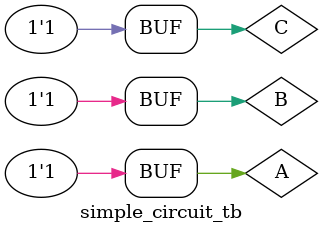
<source format=v>
module simple_circuit_tb;
    reg A, B, C;
    wire D, E;
    simple_circuit M1 (A, B, C, D, E);
    initial begin
        A = 1'b0;
        B = 1'b0;
        C = 1'b0;

        #20 A = 1'b0;
        B = 1'b0;
        C = 1'b1;

        #20 A = 1'b0;
        B = 1'b1;
        C = 1'b0;

        #20 A = 1'b0;
        B = 1'b1;
        C = 1'b1;

        #20 A = 1'b1;
        B = 1'b0;
        C = 1'b0;

        #20 A = 1'b1;
        B = 1'b0;
        C = 1'b1;

        #20 A = 1'b1;
        B = 1'b1;
        C = 1'b0;

        #20 A = 1'b1;
        B = 1'b1;
        C = 1'b1;
    end
    initial begin
        $monitor($time, "A = %b, B = %b, C = %b, D = %b, E = %b", A, B, C, D, E);
    end
    initial begin
        $dumpfile("s1.vcd");
        $dumpvars(0, simple_circuit_tb);
    end
endmodule
</source>
